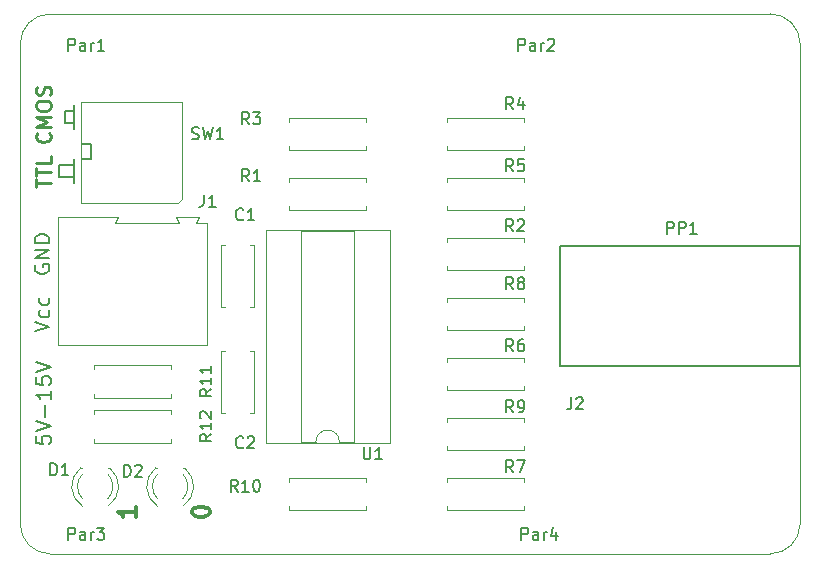
<source format=gbr>
G04 #@! TF.GenerationSoftware,KiCad,Pcbnew,(5.0.2)-1*
G04 #@! TF.CreationDate,2019-04-09T16:24:14-03:00*
G04 #@! TF.ProjectId,ponta-de-prova-logica-simplificada,706f6e74-612d-4646-952d-70726f76612d,03*
G04 #@! TF.SameCoordinates,Original*
G04 #@! TF.FileFunction,Legend,Top*
G04 #@! TF.FilePolarity,Positive*
%FSLAX46Y46*%
G04 Gerber Fmt 4.6, Leading zero omitted, Abs format (unit mm)*
G04 Created by KiCad (PCBNEW (5.0.2)-1) date 09-04-2019 16:24:14*
%MOMM*%
%LPD*%
G01*
G04 APERTURE LIST*
%ADD10C,0.200000*%
%ADD11C,0.250000*%
%ADD12C,0.300000*%
%ADD13C,0.100000*%
%ADD14C,0.150000*%
%ADD15C,0.120000*%
G04 APERTURE END LIST*
D10*
X22352000Y-28194000D02*
X22352000Y-26162000D01*
D11*
X20258428Y-28501380D02*
X20317952Y-28560904D01*
X20377476Y-28739476D01*
X20377476Y-28858523D01*
X20317952Y-29037095D01*
X20198904Y-29156142D01*
X20079857Y-29215666D01*
X19841761Y-29275190D01*
X19663190Y-29275190D01*
X19425095Y-29215666D01*
X19306047Y-29156142D01*
X19187000Y-29037095D01*
X19127476Y-28858523D01*
X19127476Y-28739476D01*
X19187000Y-28560904D01*
X19246523Y-28501380D01*
X20377476Y-27965666D02*
X19127476Y-27965666D01*
X20020333Y-27549000D01*
X19127476Y-27132333D01*
X20377476Y-27132333D01*
X19127476Y-26299000D02*
X19127476Y-26060904D01*
X19187000Y-25941857D01*
X19306047Y-25822809D01*
X19544142Y-25763285D01*
X19960809Y-25763285D01*
X20198904Y-25822809D01*
X20317952Y-25941857D01*
X20377476Y-26060904D01*
X20377476Y-26299000D01*
X20317952Y-26418047D01*
X20198904Y-26537095D01*
X19960809Y-26596619D01*
X19544142Y-26596619D01*
X19306047Y-26537095D01*
X19187000Y-26418047D01*
X19127476Y-26299000D01*
X20317952Y-25287095D02*
X20377476Y-25108523D01*
X20377476Y-24810904D01*
X20317952Y-24691857D01*
X20258428Y-24632333D01*
X20139380Y-24572809D01*
X20020333Y-24572809D01*
X19901285Y-24632333D01*
X19841761Y-24691857D01*
X19782238Y-24810904D01*
X19722714Y-25049000D01*
X19663190Y-25168047D01*
X19603666Y-25227571D01*
X19484619Y-25287095D01*
X19365571Y-25287095D01*
X19246523Y-25227571D01*
X19187000Y-25168047D01*
X19127476Y-25049000D01*
X19127476Y-24751380D01*
X19187000Y-24572809D01*
X19127476Y-33089285D02*
X19127476Y-32375000D01*
X20377476Y-32732142D02*
X19127476Y-32732142D01*
X19127476Y-32136904D02*
X19127476Y-31422619D01*
X20377476Y-31779761D02*
X19127476Y-31779761D01*
X20377476Y-30410714D02*
X20377476Y-31005952D01*
X19127476Y-31005952D01*
D10*
X21590000Y-27686000D02*
X21590000Y-26670000D01*
X21590000Y-26670000D02*
X22352000Y-26670000D01*
X22352000Y-27686000D02*
X21590000Y-27686000D01*
X21082000Y-31242000D02*
X22352000Y-31242000D01*
X21082000Y-32258000D02*
X21082000Y-31242000D01*
X22352000Y-32258000D02*
X21082000Y-32258000D01*
X22352000Y-32766000D02*
X22352000Y-30734000D01*
X19127476Y-54173095D02*
X19127476Y-54768333D01*
X19722714Y-54827857D01*
X19663190Y-54768333D01*
X19603666Y-54649285D01*
X19603666Y-54351666D01*
X19663190Y-54232619D01*
X19722714Y-54173095D01*
X19841761Y-54113571D01*
X20139380Y-54113571D01*
X20258428Y-54173095D01*
X20317952Y-54232619D01*
X20377476Y-54351666D01*
X20377476Y-54649285D01*
X20317952Y-54768333D01*
X20258428Y-54827857D01*
X19127476Y-53756428D02*
X20377476Y-53339761D01*
X19127476Y-52923095D01*
X19901285Y-52506428D02*
X19901285Y-51554047D01*
X20377476Y-50304047D02*
X20377476Y-51018333D01*
X20377476Y-50661190D02*
X19127476Y-50661190D01*
X19306047Y-50780238D01*
X19425095Y-50899285D01*
X19484619Y-51018333D01*
X19127476Y-49173095D02*
X19127476Y-49768333D01*
X19722714Y-49827857D01*
X19663190Y-49768333D01*
X19603666Y-49649285D01*
X19603666Y-49351666D01*
X19663190Y-49232619D01*
X19722714Y-49173095D01*
X19841761Y-49113571D01*
X20139380Y-49113571D01*
X20258428Y-49173095D01*
X20317952Y-49232619D01*
X20377476Y-49351666D01*
X20377476Y-49649285D01*
X20317952Y-49768333D01*
X20258428Y-49827857D01*
X19127476Y-48756428D02*
X20377476Y-48339761D01*
X19127476Y-47923095D01*
D12*
X32325571Y-60650428D02*
X32325571Y-60507571D01*
X32397000Y-60364714D01*
X32468428Y-60293285D01*
X32611285Y-60221857D01*
X32897000Y-60150428D01*
X33254142Y-60150428D01*
X33539857Y-60221857D01*
X33682714Y-60293285D01*
X33754142Y-60364714D01*
X33825571Y-60507571D01*
X33825571Y-60650428D01*
X33754142Y-60793285D01*
X33682714Y-60864714D01*
X33539857Y-60936142D01*
X33254142Y-61007571D01*
X32897000Y-61007571D01*
X32611285Y-60936142D01*
X32468428Y-60864714D01*
X32397000Y-60793285D01*
X32325571Y-60650428D01*
X27602571Y-60150428D02*
X27602571Y-61007571D01*
X27602571Y-60579000D02*
X26102571Y-60579000D01*
X26316857Y-60721857D01*
X26459714Y-60864714D01*
X26531142Y-61007571D01*
D10*
X19060000Y-39687380D02*
X19000476Y-39806428D01*
X19000476Y-39985000D01*
X19060000Y-40163571D01*
X19179047Y-40282619D01*
X19298095Y-40342142D01*
X19536190Y-40401666D01*
X19714761Y-40401666D01*
X19952857Y-40342142D01*
X20071904Y-40282619D01*
X20190952Y-40163571D01*
X20250476Y-39985000D01*
X20250476Y-39865952D01*
X20190952Y-39687380D01*
X20131428Y-39627857D01*
X19714761Y-39627857D01*
X19714761Y-39865952D01*
X20250476Y-39092142D02*
X19000476Y-39092142D01*
X20250476Y-38377857D01*
X19000476Y-38377857D01*
X20250476Y-37782619D02*
X19000476Y-37782619D01*
X19000476Y-37485000D01*
X19060000Y-37306428D01*
X19179047Y-37187380D01*
X19298095Y-37127857D01*
X19536190Y-37068333D01*
X19714761Y-37068333D01*
X19952857Y-37127857D01*
X20071904Y-37187380D01*
X20190952Y-37306428D01*
X20250476Y-37485000D01*
X20250476Y-37782619D01*
X19000476Y-45303095D02*
X20250476Y-44886428D01*
X19000476Y-44469761D01*
X20190952Y-43517380D02*
X20250476Y-43636428D01*
X20250476Y-43874523D01*
X20190952Y-43993571D01*
X20131428Y-44053095D01*
X20012380Y-44112619D01*
X19655238Y-44112619D01*
X19536190Y-44053095D01*
X19476666Y-43993571D01*
X19417142Y-43874523D01*
X19417142Y-43636428D01*
X19476666Y-43517380D01*
X20190952Y-42445952D02*
X20250476Y-42565000D01*
X20250476Y-42803095D01*
X20190952Y-42922142D01*
X20131428Y-42981666D01*
X20012380Y-43041190D01*
X19655238Y-43041190D01*
X19536190Y-42981666D01*
X19476666Y-42922142D01*
X19417142Y-42803095D01*
X19417142Y-42565000D01*
X19476666Y-42445952D01*
D13*
X20320000Y-64135000D02*
G75*
G02X17780000Y-61595000I0J2540000D01*
G01*
X83820000Y-61595000D02*
G75*
G02X81280000Y-64135000I-2540000J0D01*
G01*
X81280000Y-18415000D02*
G75*
G02X83820000Y-20955000I0J-2540000D01*
G01*
X17780000Y-20955000D02*
G75*
G02X20320000Y-18415000I2540000J0D01*
G01*
X20320000Y-64135000D02*
X81280000Y-64135000D01*
X17780000Y-20955000D02*
X17780000Y-61595000D01*
X81280000Y-18415000D02*
X20320000Y-18415000D01*
X83820000Y-61595000D02*
X83820000Y-20955000D01*
G04 #@! TO.C,SW1*
X31496000Y-25844500D02*
X31496000Y-34099500D01*
X22923500Y-25844500D02*
X22923500Y-34417000D01*
X31496000Y-25844500D02*
X22923500Y-25844500D01*
X31496000Y-34099500D02*
X31178500Y-34417000D01*
X31178500Y-34417000D02*
X22923500Y-34417000D01*
D14*
X22987000Y-29464000D02*
X23749000Y-29464000D01*
X23749000Y-29464000D02*
X23749000Y-30734000D01*
X23749000Y-30734000D02*
X22987000Y-30734000D01*
G04 #@! TO.C,PP1*
X63500000Y-48260000D02*
X83820000Y-48260000D01*
X83820000Y-48260000D02*
X83820000Y-38100000D01*
X83820000Y-38100000D02*
X63500000Y-38100000D01*
X63500000Y-38100000D02*
X63500000Y-48260000D01*
D15*
G04 #@! TO.C,R12*
X30575000Y-54710000D02*
X30575000Y-54380000D01*
X24035000Y-54710000D02*
X30575000Y-54710000D01*
X24035000Y-54380000D02*
X24035000Y-54710000D01*
X30575000Y-51970000D02*
X30575000Y-52300000D01*
X24035000Y-51970000D02*
X30575000Y-51970000D01*
X24035000Y-52300000D02*
X24035000Y-51970000D01*
G04 #@! TO.C,D1*
X25208608Y-60092335D02*
G75*
G03X25365516Y-56860000I-1078608J1672335D01*
G01*
X23051392Y-60092335D02*
G75*
G02X22894484Y-56860000I1078608J1672335D01*
G01*
X25209837Y-59461130D02*
G75*
G03X25210000Y-57379039I-1079837J1041130D01*
G01*
X23050163Y-59461130D02*
G75*
G02X23050000Y-57379039I1079837J1041130D01*
G01*
X25366000Y-56860000D02*
X25210000Y-56860000D01*
X23050000Y-56860000D02*
X22894000Y-56860000D01*
G04 #@! TO.C,R3*
X47085000Y-29615000D02*
X47085000Y-29945000D01*
X47085000Y-29945000D02*
X40545000Y-29945000D01*
X40545000Y-29945000D02*
X40545000Y-29615000D01*
X47085000Y-27535000D02*
X47085000Y-27205000D01*
X47085000Y-27205000D02*
X40545000Y-27205000D01*
X40545000Y-27205000D02*
X40545000Y-27535000D01*
G04 #@! TO.C,U1*
X38565000Y-54730000D02*
X49065000Y-54730000D01*
X38565000Y-36710000D02*
X38565000Y-54730000D01*
X49065000Y-36710000D02*
X38565000Y-36710000D01*
X49065000Y-54730000D02*
X49065000Y-36710000D01*
X41565000Y-54670000D02*
X42815000Y-54670000D01*
X41565000Y-36770000D02*
X41565000Y-54670000D01*
X46065000Y-36770000D02*
X41565000Y-36770000D01*
X46065000Y-54670000D02*
X46065000Y-36770000D01*
X44815000Y-54670000D02*
X46065000Y-54670000D01*
X42815000Y-54670000D02*
G75*
G02X44815000Y-54670000I1000000J0D01*
G01*
G04 #@! TO.C,C2*
X37250000Y-46950000D02*
X37565000Y-46950000D01*
X34825000Y-46950000D02*
X35140000Y-46950000D01*
X37250000Y-52190000D02*
X37565000Y-52190000D01*
X34825000Y-52190000D02*
X35140000Y-52190000D01*
X37565000Y-52190000D02*
X37565000Y-46950000D01*
X34825000Y-52190000D02*
X34825000Y-46950000D01*
G04 #@! TO.C,C1*
X37565000Y-37980000D02*
X37565000Y-43220000D01*
X34825000Y-37980000D02*
X34825000Y-43220000D01*
X37565000Y-37980000D02*
X37250000Y-37980000D01*
X35140000Y-37980000D02*
X34825000Y-37980000D01*
X37565000Y-43220000D02*
X37250000Y-43220000D01*
X35140000Y-43220000D02*
X34825000Y-43220000D01*
G04 #@! TO.C,R8*
X60420000Y-45185000D02*
X60420000Y-44855000D01*
X53880000Y-45185000D02*
X60420000Y-45185000D01*
X53880000Y-44855000D02*
X53880000Y-45185000D01*
X60420000Y-42445000D02*
X60420000Y-42775000D01*
X53880000Y-42445000D02*
X60420000Y-42445000D01*
X53880000Y-42775000D02*
X53880000Y-42445000D01*
G04 #@! TO.C,D2*
X29400000Y-56860000D02*
X29244000Y-56860000D01*
X31716000Y-56860000D02*
X31560000Y-56860000D01*
X29400163Y-59461130D02*
G75*
G02X29400000Y-57379039I1079837J1041130D01*
G01*
X31559837Y-59461130D02*
G75*
G03X31560000Y-57379039I-1079837J1041130D01*
G01*
X29401392Y-60092335D02*
G75*
G02X29244484Y-56860000I1078608J1672335D01*
G01*
X31558608Y-60092335D02*
G75*
G03X31715516Y-56860000I-1078608J1672335D01*
G01*
G04 #@! TO.C,J1*
X21005000Y-46465000D02*
X33605000Y-46465000D01*
X33605000Y-46465000D02*
X33605000Y-36115000D01*
X33605000Y-36115000D02*
X32655000Y-36115000D01*
X32655000Y-36115000D02*
X32905000Y-35615000D01*
X32905000Y-35615000D02*
X31005000Y-35615000D01*
X31005000Y-35615000D02*
X30955000Y-35615000D01*
X30955000Y-35615000D02*
X31205000Y-36115000D01*
X31205000Y-36115000D02*
X25805000Y-36115000D01*
X25805000Y-36115000D02*
X26105000Y-35615000D01*
X26105000Y-35615000D02*
X21005000Y-35615000D01*
X21005000Y-35615000D02*
X21005000Y-46465000D01*
G04 #@! TO.C,R1*
X47085000Y-35025000D02*
X47085000Y-34695000D01*
X40545000Y-35025000D02*
X47085000Y-35025000D01*
X40545000Y-34695000D02*
X40545000Y-35025000D01*
X47085000Y-32285000D02*
X47085000Y-32615000D01*
X40545000Y-32285000D02*
X47085000Y-32285000D01*
X40545000Y-32615000D02*
X40545000Y-32285000D01*
G04 #@! TO.C,R2*
X60420000Y-40105000D02*
X60420000Y-39775000D01*
X53880000Y-40105000D02*
X60420000Y-40105000D01*
X53880000Y-39775000D02*
X53880000Y-40105000D01*
X60420000Y-37365000D02*
X60420000Y-37695000D01*
X53880000Y-37365000D02*
X60420000Y-37365000D01*
X53880000Y-37695000D02*
X53880000Y-37365000D01*
G04 #@! TO.C,R4*
X60420000Y-29945000D02*
X60420000Y-29615000D01*
X53880000Y-29945000D02*
X60420000Y-29945000D01*
X53880000Y-29615000D02*
X53880000Y-29945000D01*
X60420000Y-27205000D02*
X60420000Y-27535000D01*
X53880000Y-27205000D02*
X60420000Y-27205000D01*
X53880000Y-27535000D02*
X53880000Y-27205000D01*
G04 #@! TO.C,R5*
X53880000Y-32615000D02*
X53880000Y-32285000D01*
X53880000Y-32285000D02*
X60420000Y-32285000D01*
X60420000Y-32285000D02*
X60420000Y-32615000D01*
X53880000Y-34695000D02*
X53880000Y-35025000D01*
X53880000Y-35025000D02*
X60420000Y-35025000D01*
X60420000Y-35025000D02*
X60420000Y-34695000D01*
G04 #@! TO.C,R6*
X53880000Y-47855000D02*
X53880000Y-47525000D01*
X53880000Y-47525000D02*
X60420000Y-47525000D01*
X60420000Y-47525000D02*
X60420000Y-47855000D01*
X53880000Y-49935000D02*
X53880000Y-50265000D01*
X53880000Y-50265000D02*
X60420000Y-50265000D01*
X60420000Y-50265000D02*
X60420000Y-49935000D01*
G04 #@! TO.C,R7*
X53880000Y-58015000D02*
X53880000Y-57685000D01*
X53880000Y-57685000D02*
X60420000Y-57685000D01*
X60420000Y-57685000D02*
X60420000Y-58015000D01*
X53880000Y-60095000D02*
X53880000Y-60425000D01*
X53880000Y-60425000D02*
X60420000Y-60425000D01*
X60420000Y-60425000D02*
X60420000Y-60095000D01*
G04 #@! TO.C,R9*
X53880000Y-52605000D02*
X53880000Y-52935000D01*
X60420000Y-52605000D02*
X53880000Y-52605000D01*
X60420000Y-52935000D02*
X60420000Y-52605000D01*
X53880000Y-55345000D02*
X53880000Y-55015000D01*
X60420000Y-55345000D02*
X53880000Y-55345000D01*
X60420000Y-55015000D02*
X60420000Y-55345000D01*
G04 #@! TO.C,R10*
X47085000Y-60095000D02*
X47085000Y-60425000D01*
X47085000Y-60425000D02*
X40545000Y-60425000D01*
X40545000Y-60425000D02*
X40545000Y-60095000D01*
X47085000Y-58015000D02*
X47085000Y-57685000D01*
X47085000Y-57685000D02*
X40545000Y-57685000D01*
X40545000Y-57685000D02*
X40545000Y-58015000D01*
G04 #@! TO.C,R11*
X30575000Y-50900000D02*
X30575000Y-50570000D01*
X24035000Y-50900000D02*
X30575000Y-50900000D01*
X24035000Y-50570000D02*
X24035000Y-50900000D01*
X30575000Y-48160000D02*
X30575000Y-48490000D01*
X24035000Y-48160000D02*
X30575000Y-48160000D01*
X24035000Y-48490000D02*
X24035000Y-48160000D01*
G04 #@! TD*
G04 #@! TO.C,SW1*
D14*
X32321666Y-28979761D02*
X32464523Y-29027380D01*
X32702619Y-29027380D01*
X32797857Y-28979761D01*
X32845476Y-28932142D01*
X32893095Y-28836904D01*
X32893095Y-28741666D01*
X32845476Y-28646428D01*
X32797857Y-28598809D01*
X32702619Y-28551190D01*
X32512142Y-28503571D01*
X32416904Y-28455952D01*
X32369285Y-28408333D01*
X32321666Y-28313095D01*
X32321666Y-28217857D01*
X32369285Y-28122619D01*
X32416904Y-28075000D01*
X32512142Y-28027380D01*
X32750238Y-28027380D01*
X32893095Y-28075000D01*
X33226428Y-28027380D02*
X33464523Y-29027380D01*
X33655000Y-28313095D01*
X33845476Y-29027380D01*
X34083571Y-28027380D01*
X34988333Y-29027380D02*
X34416904Y-29027380D01*
X34702619Y-29027380D02*
X34702619Y-28027380D01*
X34607380Y-28170238D01*
X34512142Y-28265476D01*
X34416904Y-28313095D01*
G04 #@! TO.C,Par4*
X60222000Y-62936380D02*
X60222000Y-61936380D01*
X60602952Y-61936380D01*
X60698190Y-61984000D01*
X60745809Y-62031619D01*
X60793428Y-62126857D01*
X60793428Y-62269714D01*
X60745809Y-62364952D01*
X60698190Y-62412571D01*
X60602952Y-62460190D01*
X60222000Y-62460190D01*
X61650571Y-62936380D02*
X61650571Y-62412571D01*
X61602952Y-62317333D01*
X61507714Y-62269714D01*
X61317238Y-62269714D01*
X61222000Y-62317333D01*
X61650571Y-62888761D02*
X61555333Y-62936380D01*
X61317238Y-62936380D01*
X61222000Y-62888761D01*
X61174380Y-62793523D01*
X61174380Y-62698285D01*
X61222000Y-62603047D01*
X61317238Y-62555428D01*
X61555333Y-62555428D01*
X61650571Y-62507809D01*
X62126761Y-62936380D02*
X62126761Y-62269714D01*
X62126761Y-62460190D02*
X62174380Y-62364952D01*
X62222000Y-62317333D01*
X62317238Y-62269714D01*
X62412476Y-62269714D01*
X63174380Y-62269714D02*
X63174380Y-62936380D01*
X62936285Y-61888761D02*
X62698190Y-62603047D01*
X63317238Y-62603047D01*
G04 #@! TO.C,Par3*
X21868000Y-62936380D02*
X21868000Y-61936380D01*
X22248952Y-61936380D01*
X22344190Y-61984000D01*
X22391809Y-62031619D01*
X22439428Y-62126857D01*
X22439428Y-62269714D01*
X22391809Y-62364952D01*
X22344190Y-62412571D01*
X22248952Y-62460190D01*
X21868000Y-62460190D01*
X23296571Y-62936380D02*
X23296571Y-62412571D01*
X23248952Y-62317333D01*
X23153714Y-62269714D01*
X22963238Y-62269714D01*
X22868000Y-62317333D01*
X23296571Y-62888761D02*
X23201333Y-62936380D01*
X22963238Y-62936380D01*
X22868000Y-62888761D01*
X22820380Y-62793523D01*
X22820380Y-62698285D01*
X22868000Y-62603047D01*
X22963238Y-62555428D01*
X23201333Y-62555428D01*
X23296571Y-62507809D01*
X23772761Y-62936380D02*
X23772761Y-62269714D01*
X23772761Y-62460190D02*
X23820380Y-62364952D01*
X23868000Y-62317333D01*
X23963238Y-62269714D01*
X24058476Y-62269714D01*
X24296571Y-61936380D02*
X24915619Y-61936380D01*
X24582285Y-62317333D01*
X24725142Y-62317333D01*
X24820380Y-62364952D01*
X24868000Y-62412571D01*
X24915619Y-62507809D01*
X24915619Y-62745904D01*
X24868000Y-62841142D01*
X24820380Y-62888761D01*
X24725142Y-62936380D01*
X24439428Y-62936380D01*
X24344190Y-62888761D01*
X24296571Y-62841142D01*
G04 #@! TO.C,Par2*
X59968000Y-21534380D02*
X59968000Y-20534380D01*
X60348952Y-20534380D01*
X60444190Y-20582000D01*
X60491809Y-20629619D01*
X60539428Y-20724857D01*
X60539428Y-20867714D01*
X60491809Y-20962952D01*
X60444190Y-21010571D01*
X60348952Y-21058190D01*
X59968000Y-21058190D01*
X61396571Y-21534380D02*
X61396571Y-21010571D01*
X61348952Y-20915333D01*
X61253714Y-20867714D01*
X61063238Y-20867714D01*
X60968000Y-20915333D01*
X61396571Y-21486761D02*
X61301333Y-21534380D01*
X61063238Y-21534380D01*
X60968000Y-21486761D01*
X60920380Y-21391523D01*
X60920380Y-21296285D01*
X60968000Y-21201047D01*
X61063238Y-21153428D01*
X61301333Y-21153428D01*
X61396571Y-21105809D01*
X61872761Y-21534380D02*
X61872761Y-20867714D01*
X61872761Y-21058190D02*
X61920380Y-20962952D01*
X61968000Y-20915333D01*
X62063238Y-20867714D01*
X62158476Y-20867714D01*
X62444190Y-20629619D02*
X62491809Y-20582000D01*
X62587047Y-20534380D01*
X62825142Y-20534380D01*
X62920380Y-20582000D01*
X62968000Y-20629619D01*
X63015619Y-20724857D01*
X63015619Y-20820095D01*
X62968000Y-20962952D01*
X62396571Y-21534380D01*
X63015619Y-21534380D01*
G04 #@! TO.C,Par1*
X21868000Y-21534380D02*
X21868000Y-20534380D01*
X22248952Y-20534380D01*
X22344190Y-20582000D01*
X22391809Y-20629619D01*
X22439428Y-20724857D01*
X22439428Y-20867714D01*
X22391809Y-20962952D01*
X22344190Y-21010571D01*
X22248952Y-21058190D01*
X21868000Y-21058190D01*
X23296571Y-21534380D02*
X23296571Y-21010571D01*
X23248952Y-20915333D01*
X23153714Y-20867714D01*
X22963238Y-20867714D01*
X22868000Y-20915333D01*
X23296571Y-21486761D02*
X23201333Y-21534380D01*
X22963238Y-21534380D01*
X22868000Y-21486761D01*
X22820380Y-21391523D01*
X22820380Y-21296285D01*
X22868000Y-21201047D01*
X22963238Y-21153428D01*
X23201333Y-21153428D01*
X23296571Y-21105809D01*
X23772761Y-21534380D02*
X23772761Y-20867714D01*
X23772761Y-21058190D02*
X23820380Y-20962952D01*
X23868000Y-20915333D01*
X23963238Y-20867714D01*
X24058476Y-20867714D01*
X24915619Y-21534380D02*
X24344190Y-21534380D01*
X24629904Y-21534380D02*
X24629904Y-20534380D01*
X24534666Y-20677238D01*
X24439428Y-20772476D01*
X24344190Y-20820095D01*
G04 #@! TO.C,PP1*
X72548904Y-37028380D02*
X72548904Y-36028380D01*
X72929857Y-36028380D01*
X73025095Y-36076000D01*
X73072714Y-36123619D01*
X73120333Y-36218857D01*
X73120333Y-36361714D01*
X73072714Y-36456952D01*
X73025095Y-36504571D01*
X72929857Y-36552190D01*
X72548904Y-36552190D01*
X73548904Y-37028380D02*
X73548904Y-36028380D01*
X73929857Y-36028380D01*
X74025095Y-36076000D01*
X74072714Y-36123619D01*
X74120333Y-36218857D01*
X74120333Y-36361714D01*
X74072714Y-36456952D01*
X74025095Y-36504571D01*
X73929857Y-36552190D01*
X73548904Y-36552190D01*
X75072714Y-37028380D02*
X74501285Y-37028380D01*
X74787000Y-37028380D02*
X74787000Y-36028380D01*
X74691761Y-36171238D01*
X74596523Y-36266476D01*
X74501285Y-36314095D01*
G04 #@! TO.C,R12*
X33980380Y-53982857D02*
X33504190Y-54316190D01*
X33980380Y-54554285D02*
X32980380Y-54554285D01*
X32980380Y-54173333D01*
X33028000Y-54078095D01*
X33075619Y-54030476D01*
X33170857Y-53982857D01*
X33313714Y-53982857D01*
X33408952Y-54030476D01*
X33456571Y-54078095D01*
X33504190Y-54173333D01*
X33504190Y-54554285D01*
X33980380Y-53030476D02*
X33980380Y-53601904D01*
X33980380Y-53316190D02*
X32980380Y-53316190D01*
X33123238Y-53411428D01*
X33218476Y-53506666D01*
X33266095Y-53601904D01*
X33075619Y-52649523D02*
X33028000Y-52601904D01*
X32980380Y-52506666D01*
X32980380Y-52268571D01*
X33028000Y-52173333D01*
X33075619Y-52125714D01*
X33170857Y-52078095D01*
X33266095Y-52078095D01*
X33408952Y-52125714D01*
X33980380Y-52697142D01*
X33980380Y-52078095D01*
G04 #@! TO.C,D1*
X20343904Y-57475380D02*
X20343904Y-56475380D01*
X20582000Y-56475380D01*
X20724857Y-56523000D01*
X20820095Y-56618238D01*
X20867714Y-56713476D01*
X20915333Y-56903952D01*
X20915333Y-57046809D01*
X20867714Y-57237285D01*
X20820095Y-57332523D01*
X20724857Y-57427761D01*
X20582000Y-57475380D01*
X20343904Y-57475380D01*
X21867714Y-57475380D02*
X21296285Y-57475380D01*
X21582000Y-57475380D02*
X21582000Y-56475380D01*
X21486761Y-56618238D01*
X21391523Y-56713476D01*
X21296285Y-56761095D01*
G04 #@! TO.C,R3*
X37171333Y-27757380D02*
X36838000Y-27281190D01*
X36599904Y-27757380D02*
X36599904Y-26757380D01*
X36980857Y-26757380D01*
X37076095Y-26805000D01*
X37123714Y-26852619D01*
X37171333Y-26947857D01*
X37171333Y-27090714D01*
X37123714Y-27185952D01*
X37076095Y-27233571D01*
X36980857Y-27281190D01*
X36599904Y-27281190D01*
X37504666Y-26757380D02*
X38123714Y-26757380D01*
X37790380Y-27138333D01*
X37933238Y-27138333D01*
X38028476Y-27185952D01*
X38076095Y-27233571D01*
X38123714Y-27328809D01*
X38123714Y-27566904D01*
X38076095Y-27662142D01*
X38028476Y-27709761D01*
X37933238Y-27757380D01*
X37647523Y-27757380D01*
X37552285Y-27709761D01*
X37504666Y-27662142D01*
G04 #@! TO.C,U1*
X46863095Y-55122380D02*
X46863095Y-55931904D01*
X46910714Y-56027142D01*
X46958333Y-56074761D01*
X47053571Y-56122380D01*
X47244047Y-56122380D01*
X47339285Y-56074761D01*
X47386904Y-56027142D01*
X47434523Y-55931904D01*
X47434523Y-55122380D01*
X48434523Y-56122380D02*
X47863095Y-56122380D01*
X48148809Y-56122380D02*
X48148809Y-55122380D01*
X48053571Y-55265238D01*
X47958333Y-55360476D01*
X47863095Y-55408095D01*
G04 #@! TO.C,C2*
X36663333Y-55094142D02*
X36615714Y-55141761D01*
X36472857Y-55189380D01*
X36377619Y-55189380D01*
X36234761Y-55141761D01*
X36139523Y-55046523D01*
X36091904Y-54951285D01*
X36044285Y-54760809D01*
X36044285Y-54617952D01*
X36091904Y-54427476D01*
X36139523Y-54332238D01*
X36234761Y-54237000D01*
X36377619Y-54189380D01*
X36472857Y-54189380D01*
X36615714Y-54237000D01*
X36663333Y-54284619D01*
X37044285Y-54284619D02*
X37091904Y-54237000D01*
X37187142Y-54189380D01*
X37425238Y-54189380D01*
X37520476Y-54237000D01*
X37568095Y-54284619D01*
X37615714Y-54379857D01*
X37615714Y-54475095D01*
X37568095Y-54617952D01*
X36996666Y-55189380D01*
X37615714Y-55189380D01*
G04 #@! TO.C,C1*
X36663333Y-35790142D02*
X36615714Y-35837761D01*
X36472857Y-35885380D01*
X36377619Y-35885380D01*
X36234761Y-35837761D01*
X36139523Y-35742523D01*
X36091904Y-35647285D01*
X36044285Y-35456809D01*
X36044285Y-35313952D01*
X36091904Y-35123476D01*
X36139523Y-35028238D01*
X36234761Y-34933000D01*
X36377619Y-34885380D01*
X36472857Y-34885380D01*
X36615714Y-34933000D01*
X36663333Y-34980619D01*
X37615714Y-35885380D02*
X37044285Y-35885380D01*
X37330000Y-35885380D02*
X37330000Y-34885380D01*
X37234761Y-35028238D01*
X37139523Y-35123476D01*
X37044285Y-35171095D01*
G04 #@! TO.C,R8*
X59523333Y-41727380D02*
X59190000Y-41251190D01*
X58951904Y-41727380D02*
X58951904Y-40727380D01*
X59332857Y-40727380D01*
X59428095Y-40775000D01*
X59475714Y-40822619D01*
X59523333Y-40917857D01*
X59523333Y-41060714D01*
X59475714Y-41155952D01*
X59428095Y-41203571D01*
X59332857Y-41251190D01*
X58951904Y-41251190D01*
X60094761Y-41155952D02*
X59999523Y-41108333D01*
X59951904Y-41060714D01*
X59904285Y-40965476D01*
X59904285Y-40917857D01*
X59951904Y-40822619D01*
X59999523Y-40775000D01*
X60094761Y-40727380D01*
X60285238Y-40727380D01*
X60380476Y-40775000D01*
X60428095Y-40822619D01*
X60475714Y-40917857D01*
X60475714Y-40965476D01*
X60428095Y-41060714D01*
X60380476Y-41108333D01*
X60285238Y-41155952D01*
X60094761Y-41155952D01*
X59999523Y-41203571D01*
X59951904Y-41251190D01*
X59904285Y-41346428D01*
X59904285Y-41536904D01*
X59951904Y-41632142D01*
X59999523Y-41679761D01*
X60094761Y-41727380D01*
X60285238Y-41727380D01*
X60380476Y-41679761D01*
X60428095Y-41632142D01*
X60475714Y-41536904D01*
X60475714Y-41346428D01*
X60428095Y-41251190D01*
X60380476Y-41203571D01*
X60285238Y-41155952D01*
G04 #@! TO.C,D2*
X26566904Y-57602380D02*
X26566904Y-56602380D01*
X26805000Y-56602380D01*
X26947857Y-56650000D01*
X27043095Y-56745238D01*
X27090714Y-56840476D01*
X27138333Y-57030952D01*
X27138333Y-57173809D01*
X27090714Y-57364285D01*
X27043095Y-57459523D01*
X26947857Y-57554761D01*
X26805000Y-57602380D01*
X26566904Y-57602380D01*
X27519285Y-56697619D02*
X27566904Y-56650000D01*
X27662142Y-56602380D01*
X27900238Y-56602380D01*
X27995476Y-56650000D01*
X28043095Y-56697619D01*
X28090714Y-56792857D01*
X28090714Y-56888095D01*
X28043095Y-57030952D01*
X27471666Y-57602380D01*
X28090714Y-57602380D01*
G04 #@! TO.C,J1*
X33321666Y-33742380D02*
X33321666Y-34456666D01*
X33274047Y-34599523D01*
X33178809Y-34694761D01*
X33035952Y-34742380D01*
X32940714Y-34742380D01*
X34321666Y-34742380D02*
X33750238Y-34742380D01*
X34035952Y-34742380D02*
X34035952Y-33742380D01*
X33940714Y-33885238D01*
X33845476Y-33980476D01*
X33750238Y-34028095D01*
G04 #@! TO.C,J2*
X64436666Y-50887380D02*
X64436666Y-51601666D01*
X64389047Y-51744523D01*
X64293809Y-51839761D01*
X64150952Y-51887380D01*
X64055714Y-51887380D01*
X64865238Y-50982619D02*
X64912857Y-50935000D01*
X65008095Y-50887380D01*
X65246190Y-50887380D01*
X65341428Y-50935000D01*
X65389047Y-50982619D01*
X65436666Y-51077857D01*
X65436666Y-51173095D01*
X65389047Y-51315952D01*
X64817619Y-51887380D01*
X65436666Y-51887380D01*
G04 #@! TO.C,R1*
X37171333Y-32583380D02*
X36838000Y-32107190D01*
X36599904Y-32583380D02*
X36599904Y-31583380D01*
X36980857Y-31583380D01*
X37076095Y-31631000D01*
X37123714Y-31678619D01*
X37171333Y-31773857D01*
X37171333Y-31916714D01*
X37123714Y-32011952D01*
X37076095Y-32059571D01*
X36980857Y-32107190D01*
X36599904Y-32107190D01*
X38123714Y-32583380D02*
X37552285Y-32583380D01*
X37838000Y-32583380D02*
X37838000Y-31583380D01*
X37742761Y-31726238D01*
X37647523Y-31821476D01*
X37552285Y-31869095D01*
G04 #@! TO.C,R2*
X59523333Y-36817380D02*
X59190000Y-36341190D01*
X58951904Y-36817380D02*
X58951904Y-35817380D01*
X59332857Y-35817380D01*
X59428095Y-35865000D01*
X59475714Y-35912619D01*
X59523333Y-36007857D01*
X59523333Y-36150714D01*
X59475714Y-36245952D01*
X59428095Y-36293571D01*
X59332857Y-36341190D01*
X58951904Y-36341190D01*
X59904285Y-35912619D02*
X59951904Y-35865000D01*
X60047142Y-35817380D01*
X60285238Y-35817380D01*
X60380476Y-35865000D01*
X60428095Y-35912619D01*
X60475714Y-36007857D01*
X60475714Y-36103095D01*
X60428095Y-36245952D01*
X59856666Y-36817380D01*
X60475714Y-36817380D01*
G04 #@! TO.C,R4*
X59523333Y-26487380D02*
X59190000Y-26011190D01*
X58951904Y-26487380D02*
X58951904Y-25487380D01*
X59332857Y-25487380D01*
X59428095Y-25535000D01*
X59475714Y-25582619D01*
X59523333Y-25677857D01*
X59523333Y-25820714D01*
X59475714Y-25915952D01*
X59428095Y-25963571D01*
X59332857Y-26011190D01*
X58951904Y-26011190D01*
X60380476Y-25820714D02*
X60380476Y-26487380D01*
X60142380Y-25439761D02*
X59904285Y-26154047D01*
X60523333Y-26154047D01*
G04 #@! TO.C,R5*
X59523333Y-31737380D02*
X59190000Y-31261190D01*
X58951904Y-31737380D02*
X58951904Y-30737380D01*
X59332857Y-30737380D01*
X59428095Y-30785000D01*
X59475714Y-30832619D01*
X59523333Y-30927857D01*
X59523333Y-31070714D01*
X59475714Y-31165952D01*
X59428095Y-31213571D01*
X59332857Y-31261190D01*
X58951904Y-31261190D01*
X60428095Y-30737380D02*
X59951904Y-30737380D01*
X59904285Y-31213571D01*
X59951904Y-31165952D01*
X60047142Y-31118333D01*
X60285238Y-31118333D01*
X60380476Y-31165952D01*
X60428095Y-31213571D01*
X60475714Y-31308809D01*
X60475714Y-31546904D01*
X60428095Y-31642142D01*
X60380476Y-31689761D01*
X60285238Y-31737380D01*
X60047142Y-31737380D01*
X59951904Y-31689761D01*
X59904285Y-31642142D01*
G04 #@! TO.C,R6*
X59523333Y-46977380D02*
X59190000Y-46501190D01*
X58951904Y-46977380D02*
X58951904Y-45977380D01*
X59332857Y-45977380D01*
X59428095Y-46025000D01*
X59475714Y-46072619D01*
X59523333Y-46167857D01*
X59523333Y-46310714D01*
X59475714Y-46405952D01*
X59428095Y-46453571D01*
X59332857Y-46501190D01*
X58951904Y-46501190D01*
X60380476Y-45977380D02*
X60190000Y-45977380D01*
X60094761Y-46025000D01*
X60047142Y-46072619D01*
X59951904Y-46215476D01*
X59904285Y-46405952D01*
X59904285Y-46786904D01*
X59951904Y-46882142D01*
X59999523Y-46929761D01*
X60094761Y-46977380D01*
X60285238Y-46977380D01*
X60380476Y-46929761D01*
X60428095Y-46882142D01*
X60475714Y-46786904D01*
X60475714Y-46548809D01*
X60428095Y-46453571D01*
X60380476Y-46405952D01*
X60285238Y-46358333D01*
X60094761Y-46358333D01*
X59999523Y-46405952D01*
X59951904Y-46453571D01*
X59904285Y-46548809D01*
G04 #@! TO.C,R7*
X59523333Y-57221380D02*
X59190000Y-56745190D01*
X58951904Y-57221380D02*
X58951904Y-56221380D01*
X59332857Y-56221380D01*
X59428095Y-56269000D01*
X59475714Y-56316619D01*
X59523333Y-56411857D01*
X59523333Y-56554714D01*
X59475714Y-56649952D01*
X59428095Y-56697571D01*
X59332857Y-56745190D01*
X58951904Y-56745190D01*
X59856666Y-56221380D02*
X60523333Y-56221380D01*
X60094761Y-57221380D01*
G04 #@! TO.C,R9*
X59523333Y-52141380D02*
X59190000Y-51665190D01*
X58951904Y-52141380D02*
X58951904Y-51141380D01*
X59332857Y-51141380D01*
X59428095Y-51189000D01*
X59475714Y-51236619D01*
X59523333Y-51331857D01*
X59523333Y-51474714D01*
X59475714Y-51569952D01*
X59428095Y-51617571D01*
X59332857Y-51665190D01*
X58951904Y-51665190D01*
X59999523Y-52141380D02*
X60190000Y-52141380D01*
X60285238Y-52093761D01*
X60332857Y-52046142D01*
X60428095Y-51903285D01*
X60475714Y-51712809D01*
X60475714Y-51331857D01*
X60428095Y-51236619D01*
X60380476Y-51189000D01*
X60285238Y-51141380D01*
X60094761Y-51141380D01*
X59999523Y-51189000D01*
X59951904Y-51236619D01*
X59904285Y-51331857D01*
X59904285Y-51569952D01*
X59951904Y-51665190D01*
X59999523Y-51712809D01*
X60094761Y-51760428D01*
X60285238Y-51760428D01*
X60380476Y-51712809D01*
X60428095Y-51665190D01*
X60475714Y-51569952D01*
G04 #@! TO.C,R10*
X36187142Y-58872380D02*
X35853809Y-58396190D01*
X35615714Y-58872380D02*
X35615714Y-57872380D01*
X35996666Y-57872380D01*
X36091904Y-57920000D01*
X36139523Y-57967619D01*
X36187142Y-58062857D01*
X36187142Y-58205714D01*
X36139523Y-58300952D01*
X36091904Y-58348571D01*
X35996666Y-58396190D01*
X35615714Y-58396190D01*
X37139523Y-58872380D02*
X36568095Y-58872380D01*
X36853809Y-58872380D02*
X36853809Y-57872380D01*
X36758571Y-58015238D01*
X36663333Y-58110476D01*
X36568095Y-58158095D01*
X37758571Y-57872380D02*
X37853809Y-57872380D01*
X37949047Y-57920000D01*
X37996666Y-57967619D01*
X38044285Y-58062857D01*
X38091904Y-58253333D01*
X38091904Y-58491428D01*
X38044285Y-58681904D01*
X37996666Y-58777142D01*
X37949047Y-58824761D01*
X37853809Y-58872380D01*
X37758571Y-58872380D01*
X37663333Y-58824761D01*
X37615714Y-58777142D01*
X37568095Y-58681904D01*
X37520476Y-58491428D01*
X37520476Y-58253333D01*
X37568095Y-58062857D01*
X37615714Y-57967619D01*
X37663333Y-57920000D01*
X37758571Y-57872380D01*
G04 #@! TO.C,R11*
X33980380Y-50172857D02*
X33504190Y-50506190D01*
X33980380Y-50744285D02*
X32980380Y-50744285D01*
X32980380Y-50363333D01*
X33028000Y-50268095D01*
X33075619Y-50220476D01*
X33170857Y-50172857D01*
X33313714Y-50172857D01*
X33408952Y-50220476D01*
X33456571Y-50268095D01*
X33504190Y-50363333D01*
X33504190Y-50744285D01*
X33980380Y-49220476D02*
X33980380Y-49791904D01*
X33980380Y-49506190D02*
X32980380Y-49506190D01*
X33123238Y-49601428D01*
X33218476Y-49696666D01*
X33266095Y-49791904D01*
X33980380Y-48268095D02*
X33980380Y-48839523D01*
X33980380Y-48553809D02*
X32980380Y-48553809D01*
X33123238Y-48649047D01*
X33218476Y-48744285D01*
X33266095Y-48839523D01*
G04 #@! TD*
M02*

</source>
